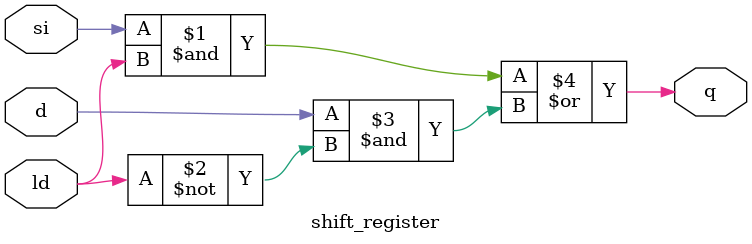
<source format=v>
module shift_register(
    input d,
    input si,
    input ld,
    output q
    );
    
    assign q = (si & ld) | (d & ~ld);
endmodule

</source>
